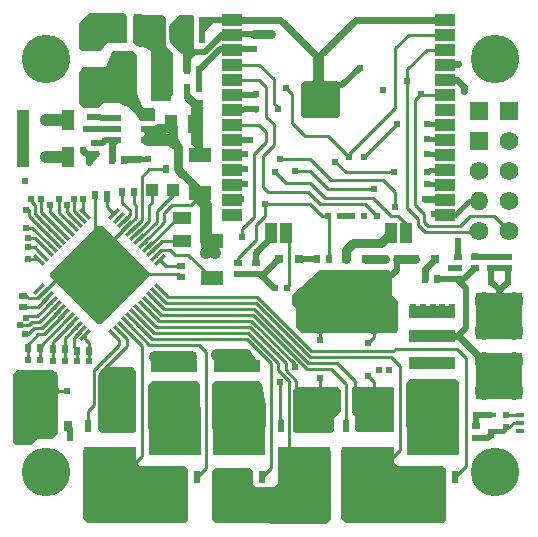
<source format=gtl>
G04 Layer: TopLayer*
G04 EasyEDA v6.5.39, 2024-01-10 12:04:11*
G04 8066753d26f04e3aa7ec2003dc8d02ef,7c1e8d740ba24e6f83eb2d53d3341807,10*
G04 Gerber Generator version 0.2*
G04 Scale: 100 percent, Rotated: No, Reflected: No *
G04 Dimensions in millimeters *
G04 leading zeros omitted , absolute positions ,4 integer and 5 decimal *
%FSLAX45Y45*%
%MOMM*%

%AMMACRO1*4,1,16,-2.2,-2.05,-2.2,2.05,-1.6,2.05,-1.6,1.45,-0.9,1.45,-0.9,2.05,-0.4,2.05,-0.4,1.45,0.4,1.45,0.4,2.05,0.9,2.05,0.9,1.45,1.6,1.45,1.6,2.05,2.2,2.05,2.2,-2.05,-2.2,-2.05,0*%
%AMMACRO2*4,1,16,2.2,2.05,2.2,-2.05,1.6,-2.05,1.6,-1.45,0.9,-1.45,0.9,-2.05,0.4,-2.05,0.4,-1.45,-0.4,-1.45,-0.4,-2.05,-0.9,-2.05,-0.9,-1.45,-1.6,-1.45,-1.6,-2.05,-2.2,-2.05,-2.2,2.05,2.2,2.05,0*%
%AMMACRO3*21,1,$1,$2,0,0,$3*%
%ADD10C,0.2540*%
%ADD11C,0.4000*%
%ADD12C,0.5000*%
%ADD13C,0.6000*%
%ADD14C,0.8000*%
%ADD15C,0.7500*%
%ADD16C,1.0000*%
%ADD17C,0.7000*%
%ADD18R,0.8000X0.5000*%
%ADD19R,0.8000X0.9000*%
%ADD20R,0.8000X0.8000*%
%ADD21R,0.5000X1.0000*%
%ADD22MACRO1*%
%ADD23MACRO2*%
%ADD24R,3.3000X1.6000*%
%ADD25R,0.5000X0.5000*%
%ADD26R,1.6000X3.3000*%
%ADD27R,1.1000X0.6000*%
%ADD28R,0.8000X0.4000*%
%ADD29R,1.5500X1.0000*%
%ADD30R,1.8000X1.0008*%
%ADD31R,1.0008X1.8000*%
%ADD32R,1.8000X4.2000*%
%ADD33R,0.5000X0.8000*%
%ADD34R,1.8000X2.0000*%
%ADD35R,1.0000X1.5500*%
%ADD36R,1.9000X1.2000*%
%ADD37R,1.0000X1.1000*%
%ADD38MACRO3,0.254X1.143X-135.0041*%
%ADD39MACRO3,0.254X1.143X-135.0000*%
%ADD40MACRO3,0.254X1.143X-134.9959*%
%ADD41MACRO3,1.143X0.254X-135.0000*%
%ADD42MACRO3,1.143X0.254X-135.0009*%
%ADD43MACRO3,1.143X0.254X-134.9991*%
%ADD44MACRO3,1.143X0.3X-135.0000*%
%ADD45MACRO3,3.7X3.7X-135.0000*%
%ADD46R,1.0008X1.6993*%
%ADD47R,0.6350X1.2700*%
%ADD48C,1.5748*%
%ADD49O,1.5748X1.5748*%
%ADD50R,1.5748X1.5748*%
%ADD51R,4.0000X4.0000*%
%ADD52C,2.7000*%
%ADD53C,1.7000*%
%ADD54C,4.1000*%
%ADD55C,0.6096*%
%ADD56C,0.6100*%
%ADD57C,0.6200*%
%ADD58C,1.5700*%
%ADD59C,0.0109*%

%LPD*%
G36*
X-1473200Y330200D02*
G01*
X-1866900Y-63500D01*
X-1866900Y-88900D01*
X-1460500Y-495300D01*
X-1435100Y-495300D01*
X-1028700Y-88900D01*
X-1028700Y-63500D01*
X-1422400Y330200D01*
G37*
G36*
X-1155700Y2120900D02*
G01*
X-1168400Y2108200D01*
X-1168400Y1879600D01*
X-1130300Y1854200D01*
X-1054100Y1841500D01*
X-1003300Y1803400D01*
X-1003300Y1447800D01*
X-990600Y1435100D01*
X-838200Y1435100D01*
X-825500Y1447800D01*
X-825500Y1790700D01*
X-889000Y1854200D01*
X-889000Y2095500D01*
X-914400Y2120900D01*
G37*
G36*
X-1536700Y2139950D02*
G01*
X-1625600Y2051050D01*
X-1625600Y1841500D01*
X-1600200Y1816100D01*
X-1435100Y1816100D01*
X-1384300Y1879600D01*
X-1219200Y1879600D01*
X-1219200Y2114550D01*
X-1244600Y2139950D01*
G37*
G36*
X-1346200Y1803400D02*
G01*
X-1397000Y1676400D01*
X-1587500Y1676400D01*
X-1625600Y1625600D01*
X-1625600Y1371600D01*
X-1587500Y1333500D01*
X-1460500Y1333500D01*
X-1422400Y1371600D01*
X-1282700Y1371600D01*
X-1193800Y1333500D01*
X-1143000Y1282700D01*
X-1104900Y1219200D01*
X-990600Y1219200D01*
X-977900Y1231900D01*
X-977900Y1320800D01*
X-990600Y1333500D01*
X-1079500Y1333500D01*
X-1130300Y1447800D01*
X-1130300Y1778000D01*
X-1155700Y1803400D01*
G37*
G36*
X-2146300Y-889000D02*
G01*
X-2184400Y-927100D01*
X-2184400Y-1498600D01*
X-2159000Y-1524000D01*
X-2019300Y-1524000D01*
X-1981200Y-1473200D01*
X-1854200Y-1473200D01*
X-1803400Y-1422400D01*
X-1803400Y-927100D01*
X-1841500Y-889000D01*
G37*
G36*
X-1397000Y-863600D02*
G01*
X-1460500Y-927100D01*
X-1460500Y-1384300D01*
X-1435100Y-1422400D01*
X-1155700Y-1422400D01*
X-1143000Y-1384300D01*
X-1143000Y-901700D01*
X-1168400Y-863600D01*
G37*
G36*
X228600Y-1028700D02*
G01*
X190500Y-1054100D01*
X190500Y-1390650D01*
X215900Y-1416050D01*
X508000Y-1416050D01*
X533400Y-1397000D01*
X533400Y-1295400D01*
X596900Y-1231900D01*
X596900Y-1054100D01*
X571500Y-1028700D01*
G37*
G36*
X698500Y-1028700D02*
G01*
X685800Y-1054100D01*
X685800Y-1244600D01*
X711200Y-1282700D01*
X711200Y-1384300D01*
X736600Y-1409700D01*
X1028700Y-1409700D01*
X1041400Y-1397000D01*
X1041400Y-1041400D01*
X1028700Y-1028700D01*
G37*
G36*
X1564487Y-961339D02*
G01*
X1181100Y-965200D01*
X1143000Y-1003300D01*
X1145387Y-1367739D01*
X1193800Y-1409700D01*
X1574800Y-1397000D01*
X1589887Y-1367739D01*
X1589887Y-986739D01*
G37*
G36*
X-622300Y-977900D02*
G01*
X-1005687Y-981760D01*
X-1043787Y-1019860D01*
X-1041400Y-1384300D01*
X-992987Y-1426260D01*
X-611987Y-1413560D01*
X-596900Y-1384300D01*
X-596900Y-1003300D01*
G37*
G36*
X-469900Y-977900D02*
G01*
X-495300Y-1003300D01*
X-495300Y-1384300D01*
X-457200Y-1422400D01*
X-76200Y-1409700D01*
X-38100Y-1358900D01*
X-38100Y-1193800D01*
X-76200Y-1003300D01*
X-101600Y-977900D01*
G37*
G36*
X419100Y-38100D02*
G01*
X177800Y-254000D01*
X177800Y-330200D01*
X215900Y-368300D01*
X215900Y-520700D01*
X266700Y-571500D01*
X1066800Y-571500D01*
X1079500Y-546100D01*
X1079500Y-304800D01*
X1028700Y-254000D01*
X1028700Y-76200D01*
X1003300Y-38100D01*
G37*
G36*
X88900Y-1543050D02*
G01*
X63500Y-1568450D01*
X63500Y-1841500D01*
X38100Y-1879600D01*
X-127000Y-1879600D01*
X-152400Y-1854200D01*
X-152400Y-1739900D01*
X-177800Y-1714500D01*
X-469900Y-1714500D01*
X-495300Y-1739900D01*
X-495300Y-2146300D01*
X-469900Y-2184400D01*
X469900Y-2190750D01*
X508000Y-2152650D01*
X508000Y-1568450D01*
X482600Y-1543050D01*
G37*
G36*
X-1562100Y-1536700D02*
G01*
X-1587500Y-1562100D01*
X-1587500Y-2146300D01*
X-1549400Y-2184400D01*
X-723900Y-2184400D01*
X-698500Y-2159000D01*
X-698500Y-1727200D01*
X-723900Y-1701800D01*
X-1104900Y-1701800D01*
X-1143000Y-1676400D01*
X-1143000Y-1562100D01*
X-1168400Y-1536700D01*
G37*
G36*
X622300Y-1536700D02*
G01*
X596900Y-1562100D01*
X596900Y-2146300D01*
X635000Y-2184400D01*
X1460500Y-2184400D01*
X1485900Y-2159000D01*
X1485900Y-1727200D01*
X1460500Y-1701800D01*
X1079500Y-1701800D01*
X1041400Y-1676400D01*
X1041400Y-1562100D01*
X1016000Y-1536700D01*
G37*
G36*
X279400Y1562100D02*
G01*
X254000Y1536700D01*
X254000Y1270000D01*
X279400Y1244600D01*
X558800Y1244600D01*
X584200Y1270000D01*
X584200Y1536700D01*
X558800Y1562100D01*
G37*
G36*
X-774700Y2120900D02*
G01*
X-850900Y2044700D01*
X-850900Y1892300D01*
X-749300Y1790700D01*
X-660400Y1790700D01*
X-647700Y1803400D01*
X-647700Y2108200D01*
X-660400Y2120900D01*
G37*
D10*
X139700Y-190500D02*
G01*
X139700Y-190500D01*
X152400Y-177800D01*
X152400Y278384D01*
X129539Y278384D01*
X-50800Y520700D02*
G01*
X330200Y520700D01*
X431800Y419100D01*
X482600Y419100D01*
X-328419Y1573529D02*
G01*
X-100329Y1573529D01*
X-38100Y1511300D01*
X-38100Y1257300D01*
X25400Y1193800D01*
X25400Y1016000D01*
X-63500Y927100D01*
X-63500Y660400D01*
X-25400Y622300D01*
X317500Y622300D01*
X419100Y520700D01*
X800100Y520700D01*
X901700Y419100D01*
X38100Y787400D02*
G01*
X127000Y698500D01*
X330200Y698500D01*
X457200Y571500D01*
X863600Y571500D01*
X1016000Y419100D01*
X1079500Y419100D01*
X1145539Y353060D01*
X1145539Y278384D01*
D11*
X1993900Y-1371600D02*
G01*
X1967001Y-1398498D01*
X1873910Y-1398498D01*
D12*
X2542Y278384D02*
G01*
X2542Y231142D01*
X-127000Y101600D01*
X-127000Y24612D01*
X-353060Y1065529D02*
G01*
X-177800Y1065529D01*
D10*
X-241300Y241300D02*
G01*
X-241300Y304800D01*
X-139700Y406400D01*
X-139700Y939800D01*
X-38100Y1041400D01*
X-38100Y1130300D01*
X-100329Y1192529D01*
X-328421Y1192529D01*
D12*
X-127000Y1447800D02*
G01*
X-128270Y1446529D01*
X-328419Y1446529D01*
X-127000Y1320800D02*
G01*
X-125729Y1319529D01*
X-127000Y1320800D01*
X-327660Y1318260D01*
D11*
X1320800Y1066800D02*
G01*
X1470230Y1066800D01*
X1471500Y1065529D01*
X1320800Y1193800D02*
G01*
X1471421Y1192529D01*
X1320800Y939800D02*
G01*
X1470149Y939800D01*
X1471419Y938529D01*
X1320800Y787400D02*
G01*
X1344929Y811529D01*
X1496060Y811529D01*
X1320800Y685800D02*
G01*
X1471421Y684529D01*
D13*
X1308100Y558800D02*
G01*
X1471421Y557529D01*
D10*
X-935228Y-199897D02*
G01*
X-868426Y-266700D01*
X-114300Y-266700D01*
X342900Y-723900D01*
X1041400Y-723900D01*
X1054100Y-711200D01*
X1574800Y-711200D01*
X1651000Y-787400D01*
X1651000Y-1701545D01*
X1562100Y-1790445D01*
X-1783587Y224281D02*
G01*
X-1993900Y434594D01*
X-1993900Y508000D01*
X-2032000Y546100D01*
X-2032000Y558800D01*
D11*
X1471421Y430529D02*
G01*
X1560829Y430529D01*
X1676400Y546100D01*
X1765300Y546100D01*
D10*
X76200Y901700D02*
G01*
X330200Y901700D01*
X508000Y723900D01*
X952500Y723900D01*
X1054100Y622300D01*
X1054100Y495300D01*
X203200Y800100D02*
G01*
X330200Y800100D01*
X482600Y647700D01*
X876300Y647700D01*
X546100Y876300D02*
G01*
X635000Y787400D01*
X1041400Y787400D01*
X-1005842Y-270761D02*
G01*
X-908304Y-368300D01*
X-139700Y-368300D01*
X317500Y-825500D01*
X558800Y-825500D01*
X711200Y-977900D01*
X711200Y-1219200D01*
X749300Y-1257300D01*
X762000Y-1270000D01*
X762000Y-1308354D01*
D11*
X-1117600Y901700D02*
G01*
X-1041400Y901700D01*
D10*
X660400Y914400D02*
G01*
X482600Y1092200D01*
X292100Y1092200D01*
X177800Y1206500D01*
X177800Y1447800D01*
X127000Y1498600D01*
D12*
X-139700Y1955800D02*
G01*
X-406400Y1955800D01*
X-558800Y1803400D01*
X-647700Y1803400D01*
X-710412Y1740687D01*
X-710412Y1651000D01*
X-279400Y-75387D02*
G01*
X-127000Y-75387D01*
X-127000Y-75387D02*
G01*
X-58877Y-75387D01*
X67310Y50800D01*
X38100Y-190500D02*
G01*
X25400Y-190500D01*
X-89662Y-75437D01*
X-127000Y-75437D01*
X948181Y-88900D02*
G01*
X1016000Y-88900D01*
X1066037Y-38862D01*
X1066037Y50800D01*
D13*
X1393192Y50800D02*
G01*
X1308912Y-33479D01*
X1308912Y-114300D01*
D12*
X1587500Y-24637D02*
G01*
X1524000Y-25400D01*
X685800Y419100D02*
G01*
X584200Y419100D01*
X1587500Y75387D02*
G01*
X1587500Y203200D01*
D14*
X1066012Y50800D02*
G01*
X1223007Y50800D01*
X808989Y50800D02*
G01*
X966012Y50800D01*
D15*
X1018542Y278384D02*
G01*
X930658Y190500D01*
X698500Y190500D01*
X638810Y130810D01*
X638810Y50800D01*
D10*
X825500Y-939800D02*
G01*
X876300Y-990600D01*
X876300Y-1066800D01*
X825500Y-660400D02*
G01*
X876300Y-609600D01*
X876300Y-558800D01*
X-328421Y1700529D02*
G01*
X-100329Y1700529D01*
X25400Y1574800D01*
X25400Y1371600D01*
X63500Y1333500D01*
X63500Y1320800D01*
X482600Y419100D02*
G01*
X494487Y407212D01*
X494487Y50800D01*
X-50800Y520700D02*
G01*
X-50800Y419100D01*
X-127000Y342900D01*
X-127000Y215900D01*
X-279400Y63500D01*
X-279400Y24637D01*
D12*
X237489Y50800D02*
G01*
X394487Y50800D01*
D10*
X-970534Y-235204D02*
G01*
X-888237Y-317500D01*
X-127000Y-317500D01*
X330200Y-774700D01*
X1016000Y-774700D01*
X1092200Y-850900D01*
X1092200Y-1562100D01*
X990854Y-1663445D01*
X825500Y-1663445D01*
X-1156462Y622300D02*
G01*
X-1156462Y521462D01*
X-1143000Y508000D01*
X-1143000Y405384D01*
X-1217929Y330454D01*
X-1256537Y622300D02*
G01*
X-1256537Y532637D01*
X-1193800Y469900D01*
X-1193800Y425195D01*
X-1253236Y365760D01*
D12*
X1739900Y-1459712D02*
G01*
X1842287Y-1459712D01*
X1866900Y-1435100D01*
X1739900Y-1270000D02*
G01*
X1741398Y-1268501D01*
X1861210Y-1268501D01*
X1739900Y-1270000D02*
G01*
X1739900Y-1359712D01*
X1727200Y75387D02*
G01*
X1727200Y75387D01*
X2006600Y75387D01*
X-610362Y1651000D02*
G01*
X-432562Y1828800D01*
X-139700Y1828800D01*
D10*
X-888237Y812800D02*
G01*
X-1028700Y812800D01*
X-1092200Y749300D01*
X-1092200Y385318D01*
X-1182623Y295147D01*
D13*
X-1245387Y889000D02*
G01*
X-1233474Y889000D01*
X-1220774Y901700D01*
X-1117600Y901700D01*
D10*
X-596900Y1371600D02*
G01*
X-622300Y1371600D01*
X-710437Y1459737D01*
X-710437Y1498600D01*
D12*
X-710437Y1498600D02*
G01*
X-710437Y1447037D01*
X-596900Y1333500D01*
X-596900Y934720D01*
D13*
X-1587500Y977900D02*
G01*
X-1536700Y927100D01*
X-1536700Y876300D01*
D12*
X-1536700Y876300D02*
G01*
X-1485900Y927100D01*
X-1485900Y940587D01*
D16*
X-1041095Y1060704D02*
G01*
X-844804Y1060704D01*
X-821992Y1037892D01*
D12*
X-1587500Y977900D02*
G01*
X-1587500Y965200D01*
X-1562491Y940191D01*
X-1473200Y940191D01*
D16*
X-1905000Y1231900D02*
G01*
X-1714500Y1231900D01*
X-1905000Y914400D02*
G01*
X-1714500Y914400D01*
D17*
X-788212Y812800D02*
G01*
X-782297Y812800D01*
X-678817Y709320D01*
X-678817Y709320D02*
G01*
X-596900Y627402D01*
X-596900Y614705D01*
D12*
X-1321104Y1060704D02*
G01*
X-1403095Y1060704D01*
X-1423212Y1040587D01*
X-1485900Y1040587D01*
X537692Y1524000D02*
G01*
X603986Y1524000D01*
X751992Y1672005D01*
D10*
X660400Y914400D02*
G01*
X660400Y939800D01*
X1054100Y1333500D01*
X1054100Y1841500D01*
X1167129Y1954529D01*
X1471421Y1954529D01*
D16*
X-977900Y-774700D02*
G01*
X-674999Y-774700D01*
D14*
X-208026Y-757173D02*
G01*
X-165100Y-800100D01*
X-165100Y-852423D01*
D16*
X-455122Y-757146D02*
G01*
X-208132Y-757146D01*
D11*
X1861207Y-1398501D02*
G01*
X1866900Y-1404193D01*
X1866900Y-1435100D01*
D12*
X1485900Y-595373D02*
G01*
X1589026Y-595373D01*
X1651000Y-533400D01*
X1651000Y-190500D01*
X1574800Y-114300D01*
X1408912Y-114300D01*
D10*
X2019300Y292100D02*
G01*
X1892300Y419100D01*
X1689100Y419100D01*
X1600200Y330200D01*
X1333500Y330200D01*
X1295400Y368300D01*
X1295400Y431800D01*
X1219200Y508000D01*
X1219200Y1397000D01*
X1270000Y1447800D01*
D12*
X-584962Y1917700D02*
G01*
X-584962Y1993137D01*
X-496570Y2081529D01*
X-328421Y2081529D01*
D13*
X-1041095Y1060704D02*
G01*
X-933399Y1168400D01*
X-825500Y1168400D01*
D12*
X-1041095Y1155700D02*
G01*
X-965200Y1155700D01*
X-952500Y1168400D01*
X-825500Y1168400D01*
D17*
X-1041095Y1060704D02*
G01*
X-983995Y1060704D01*
X-876300Y1168400D01*
X-825500Y1168400D01*
D13*
X1471421Y2081529D02*
G01*
X722629Y2081529D01*
X419100Y1778000D01*
X419100Y1524000D01*
X537718Y1524000D01*
X-328421Y2081529D02*
G01*
X77470Y2081529D01*
X381000Y1778000D01*
X381000Y1368297D01*
X471423Y1368297D01*
D10*
X1765300Y292100D02*
G01*
X1689100Y292100D01*
X1676400Y279400D01*
X1308100Y279400D01*
X1244600Y342900D01*
X1244600Y393700D01*
X1155700Y482600D01*
X1155700Y1562100D01*
D16*
X-596900Y614679D02*
G01*
X-596900Y558800D01*
X-546100Y508000D01*
X-546100Y210794D01*
X-495300Y210794D01*
D10*
X-749300Y204800D02*
G01*
X-919299Y204800D01*
X-1005842Y118257D01*
X-1041189Y153603D02*
G01*
X-789993Y404799D01*
X-749300Y404799D01*
D13*
X1471500Y1573529D02*
G01*
X1574800Y1573529D01*
X1638300Y1510029D01*
X1638300Y1473200D01*
X1587500Y1701800D02*
G01*
X1472692Y1701800D01*
X1471419Y1700529D01*
X-1345387Y889000D02*
G01*
X-1345387Y1026467D01*
X-1321104Y1050749D01*
X-1321104Y1060704D01*
D16*
X-2095500Y914400D02*
G01*
X-2095500Y1231900D01*
D10*
X-1818896Y188973D02*
G01*
X-2044700Y414784D01*
X-2044700Y469900D01*
X-2070100Y469900D01*
X-1925065Y-235204D02*
G01*
X-1969262Y-279400D01*
X-2044700Y-279400D01*
X-2069337Y-254762D01*
X-2095500Y-254762D01*
X-1889719Y-270657D02*
G01*
X-1973851Y-354787D01*
X-2095500Y-354787D01*
D12*
X-776368Y1868568D02*
G01*
X-830579Y1922779D01*
X-830579Y1968500D01*
X-1562100Y1155700D02*
G01*
X-1321104Y1155700D01*
X-1511300Y2082800D02*
G01*
X-1435100Y2082800D01*
X-1435100Y2082800D02*
G01*
X-1263802Y2082800D01*
X-1263802Y2082800D02*
G01*
X-1263802Y1930402D01*
X-1263804Y1930400D01*
X-1511300Y2082800D02*
G01*
X-1524000Y2070100D01*
X-1524000Y1952599D01*
X-1123795Y2082800D02*
G01*
X-1123795Y2000095D01*
X-1117600Y1993900D01*
X-1016000Y1993900D01*
X-1016000Y1993900D02*
G01*
X-947420Y1993900D01*
X-922020Y1968500D01*
X-1123795Y1930400D02*
G01*
X-1085695Y1968500D01*
X-922020Y1968500D01*
X-1123795Y1930400D02*
G01*
X-1123795Y2082797D01*
X-1123797Y2082800D01*
X-647700Y1041400D02*
G01*
X-649300Y1043000D01*
X-649300Y1193800D01*
X-649300Y1321600D02*
G01*
X-649300Y1321600D01*
X-649300Y1193800D01*
X-1727987Y-1358900D02*
G01*
X-1720697Y-1358900D01*
X-1701800Y-1377797D01*
X-1701800Y-1460500D01*
D10*
X-1385087Y596900D02*
G01*
X-1385087Y559587D01*
X-1384300Y558800D01*
X-1385087Y596900D02*
G01*
X-1385087Y559587D01*
X-1384300Y558800D01*
X-1384300Y496570D01*
X-1324099Y436369D01*
D16*
X-939800Y-852500D02*
G01*
X-698500Y-852500D01*
D10*
X2101088Y-1333500D02*
G01*
X2057400Y-1333500D01*
X2019300Y-1371600D01*
X1993900Y-1371600D01*
X2101192Y-1268498D02*
G01*
X1995401Y-1268498D01*
X1993900Y-1270000D01*
D16*
X-469900Y101600D02*
G01*
X-495300Y127000D01*
X-495300Y210794D01*
X-546100Y101600D02*
G01*
X-495300Y152400D01*
X-495300Y210794D01*
D12*
X-647700Y1041400D02*
G01*
X-596900Y990600D01*
X-596900Y934720D01*
D10*
X-1253236Y-518160D02*
G01*
X-1092200Y-679195D01*
X-1092200Y-1612900D01*
X-1193545Y-1714245D01*
X-1358900Y-1714245D01*
D12*
X1866900Y-24612D02*
G01*
X1866900Y-139700D01*
X2006600Y-24612D02*
G01*
X2006600Y-139700D01*
D10*
X-1217929Y330454D02*
G01*
X-1447800Y101600D01*
X-1447800Y38100D01*
X-1447800Y38100D02*
G01*
X-1447800Y-76200D01*
X-1925065Y-235204D02*
G01*
X-1765300Y-76200D01*
X-1562100Y-76200D01*
X-1562100Y-76200D02*
G01*
X-1447800Y-76200D01*
X1155700Y1562100D02*
G01*
X1155700Y1663700D01*
X1319529Y1827529D01*
X1471419Y1827529D01*
D12*
X1408912Y-114300D02*
G01*
X1637512Y-114300D01*
X1727200Y-24612D01*
X1866900Y-24612D02*
G01*
X1866900Y-24612D01*
X2006600Y-24612D01*
D10*
X-1147318Y-411987D02*
G01*
X-987805Y-571500D01*
X-190500Y-571500D01*
X63500Y-825500D01*
X63500Y-889000D01*
X152400Y-977900D01*
X152400Y-1574800D01*
X241045Y-1663445D01*
X279400Y-1663445D01*
X-1112012Y-376681D02*
G01*
X-967994Y-520700D01*
X-177800Y-520700D01*
X127000Y-825500D01*
X127000Y-889000D01*
X215900Y-977900D01*
X215900Y-1308354D01*
X-1288795Y-553465D02*
G01*
X-1219200Y-623062D01*
X-1219200Y-685800D01*
X-1447800Y-914400D01*
X-1447800Y-1193800D01*
X-1422400Y-1219200D01*
X-1422400Y-1255915D01*
X-1422400Y-1255915D02*
G01*
X-1422400Y-1359154D01*
X-1397000Y-1066800D02*
G01*
X-1320800Y-1066800D01*
X-1727200Y-1066800D02*
G01*
X-1828800Y-1066800D01*
X-2056587Y-698500D02*
G01*
X-2057400Y-699312D01*
X-2057400Y-800100D01*
X-1845005Y-711200D02*
G01*
X-1845005Y-812800D01*
X-1642237Y-518139D02*
G01*
X-1740712Y-616612D01*
X-1740712Y-711200D01*
X-1217929Y-482854D02*
G01*
X-1027684Y-673100D01*
X-609600Y-673100D01*
X-546100Y-736600D01*
X-546100Y-1714500D01*
X-622300Y-1790700D01*
X-762000Y-100812D02*
G01*
X-786612Y-76200D01*
X-1227317Y-76200D01*
X-1227317Y-76200D02*
G01*
X-1333500Y-76200D01*
X-1333500Y-76200D02*
G01*
X-1447774Y-76200D01*
X-1606875Y401101D02*
G01*
X-1663700Y457926D01*
X-1663700Y558800D01*
X-1748297Y259679D02*
G01*
X-1943100Y454484D01*
X-1943100Y558800D01*
X-1637487Y-723900D02*
G01*
X-1638300Y-724712D01*
X-1638300Y-812800D01*
X-1537487Y-723900D02*
G01*
X-1536700Y-724687D01*
X-1536700Y-812800D01*
X-1889719Y118257D02*
G01*
X-2000064Y228600D01*
X-2057400Y228600D01*
X-1854372Y153603D02*
G01*
X-2018271Y317500D01*
X-2070100Y317500D01*
X-1925065Y82804D02*
G01*
X-1994662Y152400D01*
X-2057400Y152400D01*
X-1712950Y295026D02*
G01*
X-1866900Y448978D01*
X-1866900Y508000D01*
X-1677583Y330393D02*
G01*
X-1790700Y443506D01*
X-1790700Y558800D01*
X-1642237Y365739D02*
G01*
X-1727200Y450700D01*
X-1727200Y508000D01*
X-1571531Y436445D02*
G01*
X-1587500Y452412D01*
X-1587500Y558800D01*
X-1485087Y596900D02*
G01*
X-1485087Y179169D01*
X-1447551Y141635D01*
X-1447553Y141635D02*
G01*
X-1447800Y-76200D01*
X-1960369Y47500D02*
G01*
X-1963668Y50800D01*
X-2057400Y50800D01*
X-1324102Y-588771D02*
G01*
X-1282700Y-630173D01*
X-1282700Y-673100D01*
X-1498600Y-889000D01*
X-1498600Y-1181100D01*
X-1549400Y-1231900D01*
X-1549400Y-1359154D01*
X-1783587Y-376684D02*
G01*
X-1940303Y-533400D01*
X-2006600Y-533400D01*
X-2057400Y-584200D01*
X-2082800Y-584200D01*
X-1818896Y-341373D02*
G01*
X-1960115Y-482600D01*
X-2019300Y-482600D01*
X-2044700Y-508000D01*
X-2120900Y-508000D01*
X-1854454Y-306070D02*
G01*
X-1980184Y-431800D01*
X-2057400Y-431800D01*
X-2070100Y-444500D01*
X-1677583Y-482793D02*
G01*
X-1840712Y-645919D01*
X-1840712Y-711200D01*
X76200Y-990600D02*
G01*
X76200Y-1295704D01*
X88900Y-1308404D01*
X-1745005Y-711200D02*
G01*
X-1745005Y-812800D01*
X419100Y-635000D02*
G01*
X419100Y-571500D01*
X406400Y-558800D01*
X419100Y-952500D02*
G01*
X419100Y-1054100D01*
X406400Y-1066800D01*
X-1606804Y-553465D02*
G01*
X-1663700Y-610362D01*
X-1663700Y-686562D01*
X-1638045Y-710692D01*
X-1637537Y-723900D01*
X-935136Y47551D02*
G01*
X-886772Y-812D01*
X-762000Y-812D01*
X-1712973Y-447550D02*
G01*
X-1956587Y-691164D01*
X-1956587Y-698500D01*
X-1956587Y-698500D02*
G01*
X-1956587Y-799312D01*
X-1955800Y-800100D01*
X1270000Y1447800D02*
G01*
X1271270Y1446529D01*
X1471419Y1446529D01*
X-1076452Y-341376D02*
G01*
X-947928Y-469900D01*
X-165100Y-469900D01*
X203200Y-838200D01*
X203200Y-863600D01*
X-1041145Y-306070D02*
G01*
X-928115Y-419100D01*
X-152400Y-419100D01*
X304800Y-876300D01*
X508000Y-876300D01*
X635000Y-1003300D01*
X635000Y-1308354D01*
X-1571497Y-588771D02*
G01*
X-1571497Y-625602D01*
X-1537462Y-659637D01*
X-1537462Y-723900D01*
X-1748284Y-411987D02*
G01*
X-1920496Y-584200D01*
X-1968500Y-584200D01*
X-2056587Y-672287D01*
X-2056587Y-698500D01*
D12*
X1930400Y-304800D02*
G01*
X1930400Y-203200D01*
X1866900Y-139700D01*
X1930400Y-304800D02*
G01*
X1930400Y-215900D01*
X2006600Y-139700D01*
D13*
X1485900Y-595299D02*
G01*
X1585899Y-595299D01*
X1930400Y-939800D01*
D16*
X1244600Y-595299D02*
G01*
X1485900Y-595299D01*
X1485900Y-595299D01*
X1244600Y-395300D02*
G01*
X1485900Y-395300D01*
X1485900Y-395300D01*
X1244600Y-827100D02*
G01*
X1485900Y-827100D01*
D15*
X-744197Y774700D02*
G01*
X-750112Y774700D01*
X-788212Y812800D01*
X-788212Y933010D01*
X-788212Y933010D02*
G01*
X-788212Y1004112D01*
X-821992Y1037892D01*
X-821989Y1037889D02*
G01*
X-825500Y1041400D01*
X-825500Y1168400D01*
D12*
X-1524000Y1258087D02*
G01*
X-1447012Y1258087D01*
X-1439621Y1250695D01*
X-1321104Y1250695D01*
D10*
X-215900Y939800D02*
G01*
X-328421Y938529D01*
X-215900Y812800D02*
G01*
X-328421Y811529D01*
X-215900Y685800D02*
G01*
X-328421Y684529D01*
X787400Y914400D02*
G01*
X1066800Y1193800D01*
D13*
X-1066495Y1155700D02*
G01*
X-1041095Y1130300D01*
X-1041095Y1060704D01*
D16*
X-406476Y-852500D02*
G01*
X-165100Y-852500D01*
D10*
X-1076452Y188976D02*
G01*
X-901700Y363728D01*
X-901700Y444500D01*
X-838200Y508000D01*
X-673100Y508000D01*
X-596900Y584200D01*
X-596900Y614679D01*
X-1147318Y259587D02*
G01*
X-1028700Y378205D01*
X-1028700Y508000D01*
X-1004315Y532384D01*
X-1004315Y635000D01*
X-1112012Y224281D02*
G01*
X-965200Y371094D01*
X-965200Y457200D01*
X-824484Y597915D01*
X-824484Y635000D01*
X-970534Y82804D02*
G01*
X-926337Y127000D01*
X-850900Y127000D01*
X-812800Y88900D01*
X-698500Y88900D01*
X-500379Y-109220D01*
X-495300Y-109220D01*
X-1182623Y-447547D02*
G01*
X-1007618Y-622300D01*
X-203200Y-622300D01*
X0Y-825500D01*
X0Y-1714245D01*
X-76200Y-1790445D01*
D12*
X-610412Y1651000D02*
G01*
X-610412Y1498600D01*
X-610412Y1498600D01*
X-610412Y1498600D01*
X-710412Y1651000D02*
G01*
X-710412Y1753387D01*
X-684987Y1778812D01*
X-684987Y1917700D01*
D17*
X-830579Y1968500D02*
G01*
X-830579Y1935479D01*
X-710412Y1815312D01*
X-710412Y1651000D01*
D12*
X-684987Y2070100D02*
G01*
X-684987Y1917700D01*
X-684987Y1917700D01*
X-684987Y1917700D02*
G01*
X-684987Y1879600D01*
X-741679Y1879600D01*
X-830579Y1968500D01*
X-710412Y1498600D02*
G01*
X-710412Y1421612D01*
X-647700Y1358900D01*
X-653651Y1364851D02*
G01*
X-616351Y1327551D01*
X-584987Y2070100D02*
G01*
X-584987Y1917700D01*
X-584987Y2070100D02*
G01*
X-573557Y2081529D01*
X-328498Y2081529D01*
D14*
X-139700Y1955800D02*
G01*
X-63500Y1955800D01*
X-63500Y1955800D02*
G01*
X0Y1955800D01*
D18*
G01*
X2006600Y-24587D03*
G01*
X2006600Y75412D03*
G01*
X1739900Y-1359712D03*
G01*
X1739900Y-1459712D03*
D19*
G01*
X-1860600Y-1358900D03*
G01*
X-1720621Y-1358900D03*
D20*
G01*
X67310Y50800D03*
G01*
X237489Y50800D03*
G01*
X1393189Y50800D03*
G01*
X1223010Y50800D03*
G01*
X638810Y50800D03*
G01*
X808989Y50800D03*
D21*
G01*
X1180998Y-1790293D03*
G01*
X1307998Y-1790293D03*
G01*
X1434998Y-1790293D03*
G01*
X1561998Y-1790293D03*
D22*
G01*
X1371503Y-1405289D03*
D21*
G01*
X1015898Y-1359077D03*
G01*
X888898Y-1359077D03*
G01*
X761898Y-1359077D03*
G01*
X634898Y-1359077D03*
D23*
G01*
X825393Y-1744082D03*
D21*
G01*
X-457301Y-1790293D03*
G01*
X-330301Y-1790293D03*
G01*
X-203301Y-1790293D03*
G01*
X-76301Y-1790293D03*
D22*
G01*
X-266796Y-1405289D03*
D21*
G01*
X469798Y-1359077D03*
G01*
X342798Y-1359077D03*
G01*
X215798Y-1359077D03*
G01*
X88798Y-1359077D03*
D23*
G01*
X279293Y-1744082D03*
D21*
G01*
X-1003401Y-1790293D03*
G01*
X-876401Y-1790293D03*
G01*
X-749401Y-1790293D03*
G01*
X-622401Y-1790293D03*
D22*
G01*
X-812896Y-1405289D03*
D21*
G01*
X-1168501Y-1359077D03*
G01*
X-1295501Y-1359077D03*
G01*
X-1422501Y-1359077D03*
G01*
X-1549501Y-1359077D03*
D23*
G01*
X-1359006Y-1744082D03*
D24*
G01*
X876198Y-487806D03*
G01*
X876198Y-1137818D03*
D25*
G01*
X876198Y-1066800D03*
G01*
X876198Y-558800D03*
D24*
G01*
X418998Y-487806D03*
G01*
X418998Y-1137818D03*
D25*
G01*
X418998Y-1066800D03*
G01*
X418998Y-558800D03*
D26*
G01*
X-1887220Y-1066800D03*
G01*
X-1237208Y-1066800D03*
D25*
G01*
X-1308201Y-1066800D03*
G01*
X-1816201Y-1066800D03*
D27*
G01*
X-1316075Y1060678D03*
G01*
X-1316075Y1155674D03*
G01*
X-1316075Y1250670D03*
G01*
X-1046073Y1250670D03*
G01*
X-1046073Y1155674D03*
G01*
X-1046073Y1060678D03*
D28*
G01*
X1873910Y-1398498D03*
G01*
X1873910Y-1268501D03*
G01*
X2113889Y-1268501D03*
G01*
X2113889Y-1333500D03*
G01*
X2113889Y-1398498D03*
D19*
G01*
X-1263802Y1930400D03*
G01*
X-1123797Y1930400D03*
G01*
X-1263700Y2082800D03*
G01*
X-1123721Y2082800D03*
D29*
G01*
X1244523Y-395300D03*
G01*
X1244523Y-595299D03*
G01*
X1485823Y-395300D03*
G01*
X1485823Y-595299D03*
D18*
G01*
X1727200Y-24612D03*
G01*
X1727200Y75387D03*
D29*
G01*
X-749300Y404799D03*
G01*
X-749300Y204800D03*
D30*
G01*
X-328498Y1700529D03*
G01*
X-328498Y1573529D03*
G01*
X-328498Y1446529D03*
G01*
X-328498Y1319529D03*
G01*
X-328498Y1192529D03*
G01*
X-328498Y1065529D03*
G01*
X-328498Y938529D03*
G01*
X-328498Y811529D03*
D31*
G01*
X1145539Y278409D03*
D30*
G01*
X1471498Y430529D03*
G01*
X1471498Y557529D03*
G01*
X1471498Y684529D03*
G01*
X1471498Y811529D03*
G01*
X1471498Y938529D03*
G01*
X1471498Y1065529D03*
G01*
X1471498Y1192529D03*
G01*
X-328498Y684529D03*
G01*
X-328498Y557529D03*
G01*
X-328498Y430529D03*
D31*
G01*
X2539Y278409D03*
G01*
X129539Y278409D03*
D30*
G01*
X-328498Y1827529D03*
G01*
X-328498Y1954529D03*
G01*
X-328498Y2081529D03*
D31*
G01*
X1018539Y278409D03*
D30*
G01*
X1471498Y1319529D03*
G01*
X1471498Y1446529D03*
G01*
X1471498Y1573529D03*
G01*
X1471498Y1700529D03*
G01*
X1471498Y1827529D03*
G01*
X1471498Y1954529D03*
G01*
X1471498Y2081529D03*
D18*
G01*
X1587500Y-24612D03*
G01*
X1587500Y75387D03*
G01*
X-127000Y-75387D03*
G01*
X-127000Y24612D03*
D32*
G01*
X-1252194Y1600200D03*
G01*
X-932205Y1600200D03*
D29*
G01*
X-698576Y-852500D03*
G01*
X-698576Y-1052499D03*
D18*
G01*
X-1524000Y1358087D03*
G01*
X-1524000Y1258087D03*
D33*
G01*
X-1245387Y889000D03*
G01*
X-1345387Y889000D03*
D18*
G01*
X-1485900Y940587D03*
G01*
X-1485900Y1040587D03*
D34*
G01*
X-1524000Y1952599D03*
G01*
X-1524000Y1552600D03*
D33*
G01*
X-610387Y1651000D03*
G01*
X-710387Y1651000D03*
D18*
G01*
X1866900Y75412D03*
G01*
X1866900Y-24587D03*
D33*
G01*
X1408912Y-114300D03*
G01*
X1308912Y-114300D03*
D18*
G01*
X-279400Y24612D03*
G01*
X-279400Y-75387D03*
D29*
G01*
X1244600Y-827100D03*
G01*
X1244600Y-1027099D03*
G01*
X-165100Y-852500D03*
G01*
X-165100Y-1052499D03*
G01*
X1485900Y-827100D03*
G01*
X1485900Y-1027099D03*
D35*
G01*
X-649300Y1193800D03*
G01*
X-849299Y1193800D03*
D36*
G01*
X-596900Y614705D03*
G01*
X-596900Y934720D03*
D33*
G01*
X-684987Y2070100D03*
G01*
X-584987Y2070100D03*
D18*
G01*
X-2095525Y-354787D03*
G01*
X-2095525Y-254787D03*
D33*
G01*
X-610412Y1498600D03*
G01*
X-710412Y1498600D03*
G01*
X-684987Y1917700D03*
G01*
X-584987Y1917700D03*
D29*
G01*
X-406476Y-852500D03*
G01*
X-406476Y-1052499D03*
D36*
G01*
X-495300Y210794D03*
G01*
X-495300Y-109220D03*
D33*
G01*
X-1637537Y-723900D03*
G01*
X-1537538Y-723900D03*
G01*
X-1745056Y-711200D03*
G01*
X-1845055Y-711200D03*
G01*
X-1956612Y-698500D03*
G01*
X-2056612Y-698500D03*
D18*
G01*
X-762000Y-812D03*
G01*
X-762000Y-100812D03*
D33*
G01*
X-1485087Y596900D03*
G01*
X-1385087Y596900D03*
G01*
X-1156512Y622300D03*
G01*
X-1256512Y622300D03*
G01*
X-888212Y812800D03*
G01*
X-788212Y812800D03*
D37*
G01*
X-1004392Y635000D03*
G01*
X-824382Y635000D03*
D33*
G01*
X394487Y50800D03*
G01*
X494487Y50800D03*
D38*
G01*
X-1571527Y436455D03*
D39*
G01*
X-1606884Y401100D03*
G01*
X-1642238Y365746D03*
G01*
X-1677595Y330389D03*
G01*
X-1712949Y295034D03*
G01*
X-1748303Y259679D03*
D40*
G01*
X-1783661Y224322D03*
D39*
G01*
X-1819017Y188967D03*
G01*
X-1854371Y153612D03*
G01*
X-1889728Y118256D03*
G01*
X-1925082Y82901D03*
G01*
X-1960434Y47542D03*
D41*
G01*
X-1960438Y-199946D03*
G01*
X-1925082Y-235301D03*
G01*
X-1889728Y-270656D03*
G01*
X-1854371Y-306012D03*
G01*
X-1819017Y-341367D03*
G01*
X-1783661Y-376722D03*
D42*
G01*
X-1748303Y-412079D03*
D41*
G01*
X-1712949Y-447434D03*
D43*
G01*
X-1677595Y-482789D03*
D41*
G01*
X-1642238Y-518146D03*
G01*
X-1606884Y-553500D03*
G01*
X-1571524Y-588852D03*
D39*
G01*
X-1324039Y-588852D03*
G01*
X-1288685Y-553495D03*
D40*
G01*
X-1253331Y-518139D03*
D38*
G01*
X-1217974Y-482784D03*
D39*
G01*
X-1182620Y-447429D03*
G01*
X-1147265Y-412074D03*
G01*
X-1111907Y-376716D03*
G01*
X-1076552Y-341362D03*
G01*
X-1041198Y-306006D03*
G01*
X-1005841Y-270650D03*
G01*
X-970487Y-235296D03*
G01*
X-935131Y-199939D03*
D44*
G01*
X-935130Y47543D03*
D41*
G01*
X-970487Y82896D03*
G01*
X-1005841Y118250D03*
D42*
G01*
X-1041198Y153606D03*
D41*
G01*
X-1076552Y188962D03*
D43*
G01*
X-1111907Y224316D03*
G01*
X-1147265Y259674D03*
D41*
G01*
X-1182620Y295029D03*
G01*
X-1217974Y330384D03*
D42*
G01*
X-1253331Y365739D03*
D41*
G01*
X-1288685Y401095D03*
D43*
G01*
X-1324042Y436450D03*
D45*
G01*
X-1447782Y-76200D03*
D29*
G01*
X-939800Y-852500D03*
G01*
X-939800Y-1052499D03*
D46*
G01*
X-2095500Y1231900D03*
G01*
X-1714500Y1231900D03*
G01*
X-2095500Y914400D03*
G01*
X-1714500Y914400D03*
D33*
G01*
X1066012Y50800D03*
G01*
X966012Y50800D03*
D47*
G01*
X-922020Y1968500D03*
G01*
X-830579Y1968500D03*
D48*
G01*
X1765300Y292100D03*
G01*
X2019300Y292100D03*
D49*
G01*
X1765300Y546100D03*
D48*
G01*
X1765300Y800100D03*
D50*
G01*
X1765300Y1054100D03*
G01*
X1765300Y1308100D03*
G01*
X2019300Y1308100D03*
D48*
G01*
X2019300Y1054100D03*
G01*
X2019300Y800100D03*
G01*
X2019300Y546100D03*
D51*
G01*
X1930400Y-939800D03*
G01*
X1930400Y-431800D03*
D52*
G01*
X-876300Y-2032000D03*
G01*
X-317500Y-2032000D03*
G01*
X1308100Y-2032000D03*
D53*
G01*
X-1054100Y-2082495D03*
G01*
X1130300Y-2082800D03*
G01*
X-143027Y-2082520D03*
D54*
G01*
X1899996Y1749983D03*
G01*
X-1899996Y1749983D03*
G01*
X-1899996Y-1750009D03*
G01*
X1899996Y-1750009D03*
D55*
G01*
X-788212Y933018D03*
G01*
X-1536700Y876300D03*
G01*
X-821994Y1037894D03*
G01*
X-1562100Y-76200D03*
G01*
X-1333500Y-76200D03*
G01*
X-1447800Y-177800D03*
G01*
X-1447800Y38100D03*
G01*
X0Y1955800D03*
G01*
X-63500Y1955800D03*
G01*
X-1016000Y2082800D03*
G01*
X-1178407Y-1028700D03*
G01*
X-1178407Y-1104900D03*
G01*
X-1258900Y-1104900D03*
G01*
X-1178407Y-1182751D03*
G01*
X-1258900Y-1182751D03*
G01*
X-1340789Y-1182751D03*
G01*
X959357Y-1197965D03*
G01*
X878865Y-1197965D03*
G01*
X796975Y-1197965D03*
G01*
X711200Y-1193800D03*
G01*
X276707Y-1193800D03*
G01*
X358317Y-1193800D03*
G01*
X440207Y-1193800D03*
G01*
X520700Y-1193800D03*
G01*
X990600Y-444500D03*
G01*
X706501Y-508000D03*
G01*
X953490Y-508000D03*
G01*
X914400Y-444500D03*
G01*
X832789Y-444500D03*
G01*
X789990Y-508000D03*
G01*
X749300Y-444500D03*
G01*
X1054100Y495300D03*
G01*
X76200Y901700D03*
G01*
X-177800Y1065529D03*
G01*
X1727200Y76200D03*
G01*
X1320800Y787400D03*
G01*
X1041400Y787400D03*
G01*
X546100Y876300D03*
G01*
X-596900Y1371600D03*
G01*
X-1435100Y2082800D03*
G01*
X647700Y-431800D03*
G01*
X584200Y419100D03*
G01*
X876300Y647700D03*
G01*
X203200Y800100D03*
G01*
X-114300Y114300D03*
D56*
G01*
X-977900Y-1943100D03*
G01*
X-774700Y-1943100D03*
D55*
G01*
X-736600Y-2032000D03*
D56*
G01*
X-774700Y-2120900D03*
G01*
X-977900Y-2120900D03*
G01*
X-215900Y-2120900D03*
G01*
X-419100Y-2120900D03*
D55*
G01*
X-457200Y-2032000D03*
D56*
G01*
X-419100Y-1943100D03*
G01*
X-215900Y-1943100D03*
D55*
G01*
X-825500Y1168400D03*
G01*
X-1016000Y1993900D03*
G01*
X-1587500Y977900D03*
G01*
X-1345184Y2073351D03*
G01*
X-1117600Y901700D03*
G01*
X-1562100Y1155700D03*
G01*
X-1701800Y-1460500D03*
G01*
X1739900Y-1270000D03*
G01*
X914400Y-889000D03*
G01*
X787400Y419100D03*
G01*
X-1384300Y558800D03*
G01*
X-1422400Y-1255928D03*
G01*
X-1340789Y-1255928D03*
G01*
X-1258900Y-1255928D03*
G01*
X-1178407Y-1255928D03*
G01*
X749300Y-1257300D03*
G01*
X835075Y-1261465D03*
G01*
X916965Y-1261465D03*
G01*
X997457Y-1261465D03*
G01*
X236931Y-1260957D03*
G01*
X318541Y-1260957D03*
G01*
X400430Y-1260957D03*
G01*
X480923Y-1260957D03*
G01*
X-1511300Y2082800D03*
G01*
X1866900Y-1435100D03*
G01*
X1993900Y-1371600D03*
G01*
X1993900Y-1270000D03*
G01*
X1003300Y-889000D03*
G01*
X901700Y419100D03*
G01*
X-469900Y101600D03*
G01*
X-546100Y101600D03*
G01*
X-2095500Y1231900D03*
G01*
X-647700Y1041400D03*
G01*
X751992Y1672005D03*
G01*
X952500Y1485900D03*
G01*
X-139700Y1955800D03*
G01*
X-1333500Y-177800D03*
G01*
X-1562100Y-177800D03*
G01*
X-1333500Y38100D03*
G01*
X-1562100Y38100D03*
G01*
X-1447800Y-292100D03*
G01*
X-1663700Y-76200D03*
G01*
X-1227328Y-76200D03*
G01*
X-1447774Y-76200D03*
G01*
X-1447545Y141630D03*
G01*
X456996Y1363192D03*
G01*
X456996Y1443507D03*
G01*
X377088Y1443507D03*
G01*
X377088Y1363192D03*
G01*
X377088Y1282700D03*
G01*
X456996Y1282700D03*
G01*
X537692Y1282700D03*
G01*
X537692Y1363192D03*
G01*
X537692Y1443507D03*
G01*
X537692Y1524000D03*
G01*
X456996Y1524000D03*
G01*
X377088Y1524000D03*
G01*
X296392Y1524000D03*
G01*
X296392Y1443507D03*
G01*
X296392Y1363192D03*
G01*
X296392Y1282700D03*
G01*
X2006600Y-139700D03*
G01*
X1866900Y-139700D03*
G01*
X1270000Y1447800D03*
G01*
X1155700Y1562100D03*
G01*
X482600Y419100D03*
G01*
X1308100Y558800D03*
G01*
X1587500Y203200D03*
G01*
X1384300Y431800D03*
G01*
X1533982Y-355600D03*
G01*
X1453489Y-355600D03*
G01*
X1289989Y-355600D03*
G01*
X1371600Y-355600D03*
G01*
X1206500Y-355600D03*
G01*
X1521282Y-800100D03*
G01*
X1440789Y-800100D03*
G01*
X1277289Y-800100D03*
G01*
X1358900Y-800100D03*
G01*
X1193800Y-800100D03*
G01*
X-215900Y685800D03*
G01*
X-215900Y812800D03*
G01*
X-215900Y939800D03*
G01*
X-1905000Y914400D03*
G01*
X-455117Y-757148D03*
G01*
X-371627Y-757148D03*
G01*
X-290017Y-757148D03*
G01*
X-208127Y-757148D03*
G01*
X-985977Y-762228D03*
G01*
X-902487Y-762228D03*
G01*
X-820877Y-762228D03*
G01*
X-738987Y-762228D03*
G01*
X-658495Y-762228D03*
G01*
X225907Y-299669D03*
G01*
X266700Y-364439D03*
G01*
X314807Y-299669D03*
G01*
X355600Y-364439D03*
G01*
X403707Y-299669D03*
G01*
X444500Y-364439D03*
G01*
X444500Y-229488D03*
G01*
X492607Y-299669D03*
G01*
X492607Y-160502D03*
G01*
X533400Y-364439D03*
G01*
X533400Y-229488D03*
G01*
X533400Y-88900D03*
G01*
X38100Y-190500D03*
G01*
X-2140813Y-1104290D03*
G01*
X-2140280Y-1020698D03*
G01*
X-2070100Y-977900D03*
G01*
X-2070100Y-1061491D03*
G01*
X-2070100Y-1143000D03*
G01*
X-2140813Y-1185798D03*
G01*
X-2140813Y-1269288D03*
G01*
X-2140813Y-1350898D03*
G01*
X-2070100Y-1308100D03*
G01*
X-2070100Y-1226489D03*
G01*
X-2001113Y-1185748D03*
G01*
X-2001113Y-1350898D03*
G01*
X-2070100Y-1389989D03*
G01*
X-2140813Y-1432788D03*
G01*
X-2070100Y-1470482D03*
G01*
X-2001113Y-1432788D03*
G01*
X-2001113Y-1269263D03*
G01*
X-2001113Y-1104290D03*
G01*
X-2001113Y-1020698D03*
G01*
X-1929511Y-1061491D03*
G01*
X-1929511Y-1143000D03*
G01*
X-1929511Y-1226489D03*
G01*
X-1929511Y-1308100D03*
G01*
X-1929511Y-1389989D03*
G01*
X619709Y-364439D03*
G01*
X701217Y-363702D03*
G01*
X662508Y-300202D03*
G01*
X578916Y-299669D03*
G01*
X619709Y-229488D03*
G01*
X701217Y-229488D03*
G01*
X744016Y-300202D03*
G01*
X784707Y-363702D03*
G01*
X827506Y-300202D03*
G01*
X866317Y-363702D03*
G01*
X948207Y-363702D03*
G01*
X909116Y-300202D03*
G01*
X866317Y-229488D03*
G01*
X784707Y-229488D03*
G01*
X743965Y-160502D03*
G01*
X909116Y-160502D03*
G01*
X948207Y-229488D03*
G01*
X991006Y-300202D03*
G01*
X991006Y-160502D03*
G01*
X827481Y-160502D03*
G01*
X662508Y-160502D03*
G01*
X578916Y-160502D03*
G01*
X619709Y-88900D03*
G01*
X701217Y-88900D03*
G01*
X784707Y-88900D03*
G01*
X866317Y-88900D03*
G01*
X948207Y-88900D03*
G01*
X-266700Y431800D03*
G01*
X1320800Y1193800D03*
G01*
X1066800Y1193800D03*
G01*
X787400Y914400D03*
G01*
X1320800Y685800D03*
G01*
X139700Y-190500D03*
G01*
X-241300Y241300D03*
G01*
X660400Y914400D03*
G01*
X-1905000Y1231900D03*
G01*
X1320800Y939800D03*
G01*
X-50800Y520700D03*
G01*
X1221917Y-1574800D03*
G01*
X1183208Y-1511300D03*
G01*
X1221917Y-1440586D03*
G01*
X1264716Y-1511300D03*
G01*
X1305407Y-1574800D03*
G01*
X1348206Y-1511300D03*
G01*
X1387017Y-1574800D03*
G01*
X1468907Y-1574800D03*
G01*
X1429816Y-1511300D03*
G01*
X1387017Y-1440586D03*
G01*
X1305407Y-1440586D03*
G01*
X1264665Y-1371600D03*
G01*
X1429816Y-1371600D03*
G01*
X1468907Y-1440586D03*
G01*
X1511706Y-1511300D03*
G01*
X1549400Y-1574800D03*
G01*
X1549400Y-1440586D03*
G01*
X1511706Y-1371600D03*
G01*
X1348181Y-1371600D03*
G01*
X1183208Y-1371600D03*
G01*
X1221917Y-1299997D03*
G01*
X1305407Y-1299997D03*
G01*
X1387017Y-1299997D03*
G01*
X1468907Y-1299997D03*
G01*
X1549400Y-1299997D03*
G01*
X-416382Y-1570202D03*
G01*
X-455091Y-1506702D03*
G01*
X-416382Y-1435988D03*
G01*
X-373583Y-1506702D03*
G01*
X-332892Y-1570202D03*
G01*
X-290093Y-1506702D03*
G01*
X-251282Y-1570202D03*
G01*
X-169392Y-1570202D03*
G01*
X-208483Y-1506702D03*
G01*
X-251282Y-1435988D03*
G01*
X-332892Y-1435988D03*
G01*
X-373634Y-1367002D03*
G01*
X-208483Y-1367002D03*
G01*
X-169392Y-1435988D03*
G01*
X-126593Y-1506702D03*
G01*
X-88900Y-1570202D03*
G01*
X-88900Y-1435988D03*
G01*
X-126593Y-1367002D03*
G01*
X-290118Y-1367002D03*
G01*
X-455091Y-1367002D03*
G01*
X-416382Y-1295400D03*
G01*
X-332892Y-1295400D03*
G01*
X-251282Y-1295400D03*
G01*
X-169392Y-1295400D03*
G01*
X-88900Y-1295400D03*
G01*
X-962482Y-1570202D03*
G01*
X-1001191Y-1506702D03*
G01*
X-962482Y-1435988D03*
G01*
X-919683Y-1506702D03*
G01*
X-878992Y-1570202D03*
G01*
X-836193Y-1506702D03*
G01*
X-797382Y-1570202D03*
G01*
X-715492Y-1570202D03*
G01*
X-754583Y-1506702D03*
G01*
X-797382Y-1435988D03*
G01*
X-878992Y-1435988D03*
G01*
X-919734Y-1367002D03*
G01*
X-754583Y-1367002D03*
G01*
X-715492Y-1435988D03*
G01*
X-672693Y-1506702D03*
G01*
X-635000Y-1570202D03*
G01*
X-635000Y-1435988D03*
G01*
X-672693Y-1367002D03*
G01*
X-836218Y-1367002D03*
G01*
X-1001191Y-1367002D03*
G01*
X-962482Y-1295400D03*
G01*
X-878992Y-1295400D03*
G01*
X-797382Y-1295400D03*
G01*
X-715492Y-1295400D03*
G01*
X-635000Y-1295400D03*
G01*
X-1508582Y-1849602D03*
G01*
X-1547291Y-1786102D03*
G01*
X-1508582Y-1715388D03*
G01*
X-1465783Y-1786102D03*
G01*
X-1425092Y-1849602D03*
G01*
X-1382293Y-1786102D03*
G01*
X-1343482Y-1849602D03*
G01*
X-1261592Y-1849602D03*
G01*
X-1300683Y-1786102D03*
G01*
X-1343482Y-1715388D03*
G01*
X-1425092Y-1715388D03*
G01*
X-1465834Y-1646402D03*
G01*
X-1300683Y-1646402D03*
G01*
X-1261592Y-1715388D03*
G01*
X-1218793Y-1786102D03*
G01*
X-1181100Y-1849602D03*
G01*
X-1181100Y-1715388D03*
G01*
X-1218793Y-1646402D03*
G01*
X-1382318Y-1646402D03*
G01*
X-1547291Y-1646402D03*
G01*
X-1508582Y-1574800D03*
G01*
X-1425092Y-1574800D03*
G01*
X-1343482Y-1574800D03*
G01*
X-1261592Y-1574800D03*
G01*
X-1181100Y-1574800D03*
G01*
X129717Y-1849602D03*
G01*
X91008Y-1786102D03*
G01*
X129717Y-1715388D03*
G01*
X172516Y-1786102D03*
G01*
X213207Y-1849602D03*
G01*
X256006Y-1786102D03*
G01*
X294817Y-1849602D03*
G01*
X376707Y-1849602D03*
G01*
X337616Y-1786102D03*
G01*
X294817Y-1715388D03*
G01*
X213207Y-1715388D03*
G01*
X172465Y-1646402D03*
G01*
X337616Y-1646402D03*
G01*
X376707Y-1715388D03*
G01*
X419506Y-1786102D03*
G01*
X457200Y-1849602D03*
G01*
X457200Y-1715388D03*
G01*
X419506Y-1646402D03*
G01*
X255981Y-1646402D03*
G01*
X91008Y-1646402D03*
G01*
X129717Y-1574800D03*
G01*
X213207Y-1574800D03*
G01*
X294817Y-1574800D03*
G01*
X376707Y-1574800D03*
G01*
X457200Y-1574800D03*
G01*
X675817Y-1849602D03*
G01*
X637108Y-1786102D03*
G01*
X675817Y-1715388D03*
G01*
X718616Y-1786102D03*
G01*
X759307Y-1849602D03*
G01*
X802106Y-1786102D03*
G01*
X840917Y-1849602D03*
G01*
X922807Y-1849602D03*
G01*
X883716Y-1786102D03*
G01*
X840917Y-1715388D03*
G01*
X759307Y-1715388D03*
G01*
X718565Y-1646402D03*
G01*
X883716Y-1646402D03*
G01*
X922807Y-1715388D03*
G01*
X965606Y-1786102D03*
G01*
X1003300Y-1849602D03*
G01*
X1003300Y-1715388D03*
G01*
X965606Y-1646402D03*
G01*
X802081Y-1646402D03*
G01*
X637108Y-1646402D03*
G01*
X675817Y-1574800D03*
G01*
X759307Y-1574800D03*
G01*
X840917Y-1574800D03*
G01*
X922807Y-1574800D03*
G01*
X1003300Y-1574800D03*
G01*
X419100Y-952500D03*
G01*
X419100Y-635000D03*
G01*
X-1745005Y-812800D03*
G01*
X-1845005Y-812800D03*
G01*
X-2082800Y-584200D03*
G01*
X-1397000Y-1066800D03*
G01*
X-2057400Y-800100D03*
G01*
X-1727200Y-1066800D03*
G01*
X-1955800Y-800100D03*
G01*
X-2120900Y-508000D03*
G01*
X-2070100Y-444500D03*
G01*
X203200Y-863600D03*
G01*
X76200Y-990600D03*
G01*
X-2057400Y50800D03*
G01*
X-2057400Y152400D03*
G01*
X-2057400Y228600D03*
G01*
X-2070100Y317500D03*
G01*
X-2070100Y469900D03*
G01*
X-2032000Y558800D03*
G01*
X-1943100Y558800D03*
G01*
X-1587500Y558800D03*
G01*
X-1663700Y558800D03*
G01*
X-1727200Y508000D03*
G01*
X-1790700Y558800D03*
G01*
X-1866900Y508000D03*
G01*
X-127000Y1447800D03*
G01*
X-127000Y1320800D03*
G01*
X63500Y1320800D03*
G01*
X38100Y787400D03*
G01*
X-254000Y558800D03*
G01*
X-1536700Y-812800D03*
G01*
X-1638300Y-812800D03*
G01*
X825500Y-660400D03*
G01*
X825500Y-939800D03*
G01*
X1587500Y1701800D03*
G01*
X1638300Y1473200D03*
G01*
X-139700Y1828800D03*
G01*
X1320800Y1066800D03*
G01*
X127000Y1498600D03*
G01*
X-2082800Y711200D03*
D56*
G01*
X2057400Y-939800D03*
G01*
X1930400Y-1066800D03*
G01*
X1803400Y-939800D03*
G01*
X1930400Y-812800D03*
G01*
X2057400Y-431800D03*
G01*
X1930400Y-558800D03*
G01*
X1803400Y-431800D03*
G01*
X1930400Y-304800D03*
G01*
X1409700Y-1943100D03*
D55*
G01*
X1447800Y-2032000D03*
D56*
G01*
X1409700Y-2120900D03*
G01*
X1206500Y-2120900D03*
G01*
X1206500Y-1943100D03*
D55*
G01*
X1524000Y-25400D03*
D57*
G01*
X-328421Y2081529D03*
G01*
X685800Y419100D03*
G01*
X-774700Y2057400D03*
G01*
X-1041400Y901700D03*
D56*
G01*
X-1516913Y-2120519D03*
G01*
X-1417853Y-2123059D03*
G01*
X310464Y-2135301D03*
G01*
X208864Y-2135301D03*
G01*
X673100Y-2133600D03*
G01*
X766826Y-2137206D03*
D58*
G01*
X1803400Y-304800D03*
G01*
X1803400Y-558800D03*
G01*
X2057400Y-304800D03*
G01*
X2057400Y-558800D03*
G01*
X2057400Y-1066800D03*
G01*
X2057400Y-812800D03*
G01*
X1803400Y-812800D03*
G01*
X1803400Y-1066800D03*
D56*
G01*
X1765300Y-482600D03*
G01*
X1879600Y-266700D03*
G01*
X1765300Y-381000D03*
G01*
X1981200Y-266700D03*
G01*
X2095500Y-381000D03*
G01*
X2095500Y-482600D03*
G01*
X1981200Y-596900D03*
G01*
X1879600Y-596900D03*
G01*
X1981200Y-774700D03*
G01*
X1879600Y-774700D03*
G01*
X2095500Y-990600D03*
G01*
X2095500Y-889000D03*
G01*
X1981200Y-1104900D03*
G01*
X1879600Y-1104900D03*
G01*
X1765300Y-990600D03*
G01*
X1765300Y-889000D03*
D57*
G01*
X-774700Y1955800D03*
M02*

</source>
